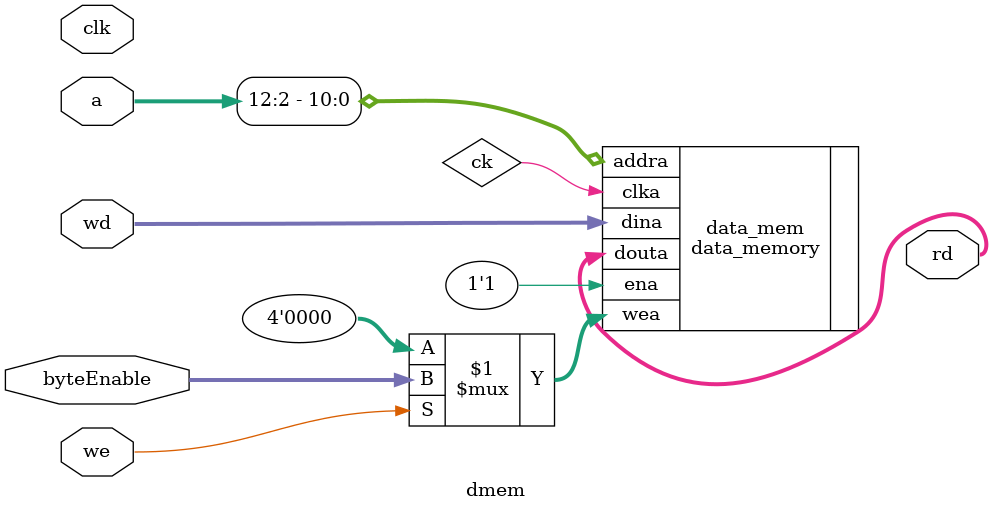
<source format=sv>
module dmem (input logic clk, we,
             input logic [3:0] byteEnable,
             input logic [31:0] a, wd,
             output logic [31:0] rd
    );

    data_memory data_mem (
        .clka(ck), // 1 bit
        .addra(a[12:2]), // 10 bits
        .dina(wd), // 32 bits
        .douta(rd), // 32 bits
        .ena(1'b1), // 1 bit
        .wea(we ? byteEnable : 4'b0000) // 4 bits
    );
    
endmodule // Data memory
</source>
